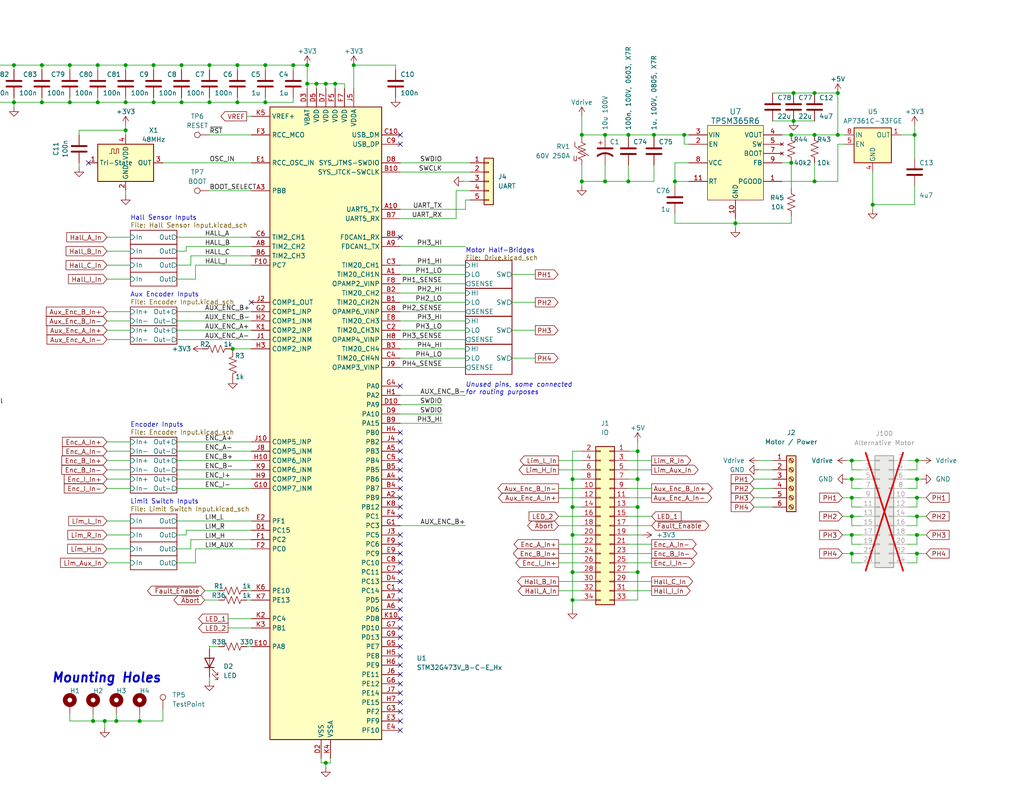
<source format=kicad_sch>
(kicad_sch (version 20230121) (generator eeschema)
  (paper "A")
  (title_block (title "ECE4760 Motor Driver") (date "2023-10-30") (rev "0") (company "Cornell High Energy Synchrotron Source") (comment 1 "MCU and Connectors") (comment 3 "S. Bywater") (comment 4 "S. Bywater"))
  (junction (at 200.66 60.96))
  (junction (at 72.39 17.78))
  (junction (at 171.45 49.53))
  (junction (at 49.53 27.94))
  (junction (at 250.19 151.13))
  (junction (at 173.99 130.81))
  (junction (at 34.29 35.56))
  (junction (at 96.52 17.78))
  (junction (at 41.91 27.94))
  (junction (at 228.6 36.83))
  (junction (at 26.67 27.94))
  (junction (at 173.99 156.21))
  (junction (at 156.21 156.21))
  (junction (at 57.15 17.78))
  (junction (at 64.77 17.78))
  (junction (at 158.75 49.53))
  (junction (at 34.29 27.94))
  (junction (at 184.15 49.53))
  (junction (at 64.77 27.94))
  (junction (at 88.9 208.28))
  (junction (at 28.575 196.85))
  (junction (at 156.21 138.43))
  (junction (at 232.41 130.81))
  (junction (at 49.53 17.78))
  (junction (at 72.39 27.94))
  (junction (at 222.25 36.83))
  (junction (at 19.05 17.78))
  (junction (at 19.05 27.94))
  (junction (at 250.19 125.73))
  (junction (at 186.69 36.83))
  (junction (at -3.81 17.78))
  (junction (at 3.81 17.78))
  (junction (at 216.535 25.4))
  (junction (at 250.19 135.89))
  (junction (at 238.125 55.88))
  (junction (at 165.1 49.53))
  (junction (at 25.4 196.85))
  (junction (at 250.19 146.05))
  (junction (at 173.99 138.43))
  (junction (at 232.41 125.73))
  (junction (at 41.91 17.78))
  (junction (at 165.1 36.83))
  (junction (at 232.41 151.13))
  (junction (at 250.19 130.81))
  (junction (at 26.67 17.78))
  (junction (at 11.43 17.78))
  (junction (at 178.435 36.83))
  (junction (at 91.44 22.86))
  (junction (at 232.41 140.97))
  (junction (at 228.6 25.4))
  (junction (at 215.9 44.45))
  (junction (at 11.43 27.94))
  (junction (at 38.1 196.85))
  (junction (at 158.75 36.83))
  (junction (at 156.21 146.05))
  (junction (at 34.29 17.78))
  (junction (at 216.535 33.02))
  (junction (at 88.9 22.86))
  (junction (at 173.99 123.19))
  (junction (at 156.21 130.81))
  (junction (at 249.555 36.83))
  (junction (at 57.15 27.94))
  (junction (at 250.19 140.97))
  (junction (at 83.82 17.78))
  (junction (at 171.45 36.83))
  (junction (at 222.25 49.53))
  (junction (at 83.82 22.86))
  (junction (at 222.25 25.4))
  (junction (at 232.41 135.89))
  (junction (at 31.75 196.85))
  (junction (at 156.21 163.83))
  (junction (at -3.81 27.94))
  (junction (at 86.36 22.86))
  (junction (at 215.9 36.83))
  (junction (at 80.01 17.78))
  (junction (at 232.41 146.05))
  (junction (at 63.5 95.25))
  (junction (at 3.81 27.94))
  (no_connect (at 109.22 189.23))
  (no_connect (at 109.22 186.69))
  (no_connect (at 109.22 64.77))
  (no_connect (at 109.22 133.35))
  (no_connect (at 109.22 168.91))
  (no_connect (at 109.22 163.83))
  (no_connect (at 109.22 146.05))
  (no_connect (at 109.22 184.15))
  (no_connect (at 109.22 196.85))
  (no_connect (at 109.22 158.75))
  (no_connect (at 109.22 191.77))
  (no_connect (at 109.22 148.59))
  (no_connect (at 109.22 125.73))
  (no_connect (at 109.22 130.81))
  (no_connect (at 109.22 181.61))
  (no_connect (at 109.22 173.99))
  (no_connect (at 109.22 161.29))
  (no_connect (at 109.22 138.43))
  (no_connect (at 109.22 135.89))
  (no_connect (at 109.22 128.27))
  (no_connect (at 109.22 105.41))
  (no_connect (at 109.22 36.83))
  (no_connect (at 109.22 140.97))
  (no_connect (at 109.22 123.19))
  (no_connect (at 109.22 176.53))
  (no_connect (at 109.22 171.45))
  (no_connect (at 109.22 179.07))
  (no_connect (at 109.22 151.13))
  (no_connect (at 109.22 194.31))
  (no_connect (at 109.22 118.11))
  (no_connect (at 109.22 156.21))
  (no_connect (at 109.22 39.37))
  (no_connect (at 109.22 199.39))
  (no_connect (at 109.22 166.37))
  (no_connect (at 109.22 153.67))
  (no_connect (at 68.58 82.55))
  (no_connect (at 109.22 120.65))
  (no_connect (at 24.13 44.45))
  (wire (pts (xy 178.435 45.085) (xy 178.435 49.53)))
  (wire (pts (xy 53.34 153.67) (xy 53.34 149.86)))
  (wire (pts (xy 177.8 161.29) (xy 171.45 161.29)))
  (wire (pts (xy 250.19 130.81) (xy 247.65 130.81)))
  (wire (pts (xy 29.21 90.17) (xy 35.56 90.17)))
  (wire (pts (xy 109.22 113.03) (xy 120.65 113.03)))
  (wire (pts (xy 109.22 67.31) (xy 127 67.31)))
  (wire (pts (xy 207.01 128.27) (xy 210.82 128.27)))
  (wire (pts (xy 91.44 24.13) (xy 91.44 22.86)))
  (wire (pts (xy 232.41 130.81) (xy 234.95 130.81)))
  (polyline (pts (xy -39.37 144.145) (xy -40.005 143.51)))
  (polyline (pts (xy -47.625 156.845) (xy -40.005 156.845)))
  (wire (pts (xy 178.435 49.53) (xy 171.45 49.53)))
  (wire (pts (xy 251.46 125.73) (xy 250.19 125.73)))
  (wire (pts (xy 48.26 90.17) (xy 68.58 90.17)))
  (polyline (pts (xy -74.93 146.685) (xy -74.93 147.955)) (stroke (width 0) (color 0 132 0 1)))
  (polyline (pts (xy -74.93 152.4) (xy -74.93 167.64)) (stroke (width 0) (color 194 0 0 1)))
  (wire (pts (xy 238.125 55.88) (xy 249.555 55.88)))
  (polyline (pts (xy -46.99 163.195) (xy -39.37 163.195)))
  (wire (pts (xy -3.81 17.78) (xy 3.81 17.78)))
  (wire (pts (xy 213.36 44.45) (xy 215.9 44.45)))
  (wire (pts (xy 48.26 149.86) (xy 52.07 149.86)))
  (polyline (pts (xy -75.565 147.955) (xy -74.93 148.59)) (stroke (width 0) (color 0 132 0 1)))
  (polyline (pts (xy -33.655 160.655) (xy -33.02 161.29)))
  (wire (pts (xy 177.8 153.67) (xy 171.45 153.67)))
  (wire (pts (xy 91.44 22.86) (xy 93.98 22.86)))
  (polyline (pts (xy -58.42 154.94) (xy -57.785 154.305)) (stroke (width 0) (color 194 0 0 1)))
  (wire (pts (xy 216.535 33.02) (xy 222.25 33.02)))
  (wire (pts (xy 41.91 19.05) (xy 41.91 17.78)))
  (wire (pts (xy 184.15 49.53) (xy 187.96 49.53)))
  (wire (pts (xy 222.25 36.83) (xy 228.6 36.83)))
  (wire (pts (xy 48.26 146.05) (xy 50.8 146.05)))
  (wire (pts (xy 232.41 140.97) (xy 234.95 140.97)))
  (wire (pts (xy 109.22 59.69) (xy 124.46 59.69)))
  (wire (pts (xy 72.39 17.78) (xy 80.01 17.78)))
  (wire (pts (xy 156.21 138.43) (xy 156.21 146.05)))
  (wire (pts (xy 127 57.15) (xy 127 54.61)))
  (polyline (pts (xy -83.185 147.955) (xy -82.55 148.59)) (stroke (width 0) (color 0 132 0 1)))
  (polyline (pts (xy -66.675 169.545) (xy -66.04 168.91)))
  (polyline (pts (xy -87.63 151.765) (xy -88.265 152.4)) (stroke (width 0) (color 194 0 0 1)))
  (wire (pts (xy 88.9 208.28) (xy 88.9 209.55)))
  (wire (pts (xy 213.36 49.53) (xy 222.25 49.53)))
  (wire (pts (xy 250.19 140.97) (xy 252.73 140.97)))
  (wire (pts (xy 152.4 125.73) (xy 158.75 125.73)))
  (wire (pts (xy 177.8 148.59) (xy 171.45 148.59)))
  (wire (pts (xy 215.9 59.055) (xy 215.9 60.96)))
  (wire (pts (xy 48.26 142.24) (xy 68.58 142.24)))
  (wire (pts (xy 215.9 36.83) (xy 222.25 36.83)))
  (wire (pts (xy -3.81 19.05) (xy -3.81 17.78)))
  (wire (pts (xy 158.75 36.83) (xy 158.75 37.465)))
  (wire (pts (xy 152.4 143.51) (xy 158.75 143.51)))
  (wire (pts (xy 29.21 149.86) (xy 35.56 149.86)))
  (wire (pts (xy 48.26 153.67) (xy 53.34 153.67)))
  (wire (pts (xy 48.26 76.2) (xy 53.34 76.2)))
  (wire (pts (xy 173.99 130.81) (xy 173.99 138.43)))
  (wire (pts (xy 229.87 135.89) (xy 232.41 135.89)))
  (wire (pts (xy 158.75 45.085) (xy 158.75 49.53)))
  (wire (pts (xy 3.81 26.67) (xy 3.81 27.94)))
  (polyline (pts (xy -40.005 143.51) (xy -40.005 144.78)))
  (polyline (pts (xy -62.865 151.765) (xy -63.5 152.4)) (stroke (width 0) (color 194 0 0 1)))
  (wire (pts (xy 3.81 27.94) (xy 3.81 29.21)))
  (wire (pts (xy 55.88 161.29) (xy 59.69 161.29)))
  (wire (pts (xy 57.15 26.67) (xy 57.15 27.94)))
  (wire (pts (xy 64.77 26.67) (xy 64.77 27.94)))
  (polyline (pts (xy -75.565 152.4) (xy -74.295 152.4)) (stroke (width 0) (color 194 0 0 1)))
  (wire (pts (xy 72.39 27.94) (xy 64.77 27.94)))
  (polyline (pts (xy -58.42 154.94) (xy -59.055 154.305)) (stroke (width 0) (color 194 0 0 1)))
  (wire (pts (xy 29.21 64.77) (xy 35.56 64.77)))
  (wire (pts (xy 173.99 138.43) (xy 171.45 138.43)))
  (polyline (pts (xy -83.185 147.955) (xy -81.915 147.955)) (stroke (width 0) (color 0 132 0 1)))
  (polyline (pts (xy -45.085 175.26) (xy -45.085 176.53)))
  (wire (pts (xy 210.82 25.4) (xy 216.535 25.4)))
  (wire (pts (xy 26.67 26.67) (xy 26.67 27.94)))
  (wire (pts (xy 87.63 208.28) (xy 88.9 208.28)))
  (wire (pts (xy 250.19 140.97) (xy 250.19 143.51)))
  (wire (pts (xy 156.21 166.37) (xy 156.21 163.83)))
  (wire (pts (xy 232.41 140.97) (xy 232.41 143.51)))
  (wire (pts (xy 67.31 163.83) (xy 68.58 163.83)))
  (wire (pts (xy 173.99 156.21) (xy 173.99 163.83)))
  (polyline (pts (xy -62.865 152.4) (xy -62.865 161.29)) (stroke (width 0) (color 194 0 0 1)))
  (wire (pts (xy 34.29 35.56) (xy 34.29 36.83)))
  (wire (pts (xy 232.41 125.73) (xy 232.41 128.27)))
  (wire (pts (xy 228.6 25.4) (xy 228.6 36.83)))
  (wire (pts (xy 232.41 151.13) (xy 234.95 151.13)))
  (wire (pts (xy 90.17 207.01) (xy 90.17 208.28)))
  (wire (pts (xy 156.21 146.05) (xy 156.21 156.21)))
  (polyline (pts (xy -59.055 163.195) (xy -58.42 163.83)))
  (wire (pts (xy 250.19 143.51) (xy 247.65 143.51)))
  (wire (pts (xy 178.435 36.83) (xy 178.435 37.465)))
  (wire (pts (xy 249.555 34.29) (xy 249.555 36.83)))
  (wire (pts (xy 109.22 92.71) (xy 127 92.71)))
  (wire (pts (xy 109.22 44.45) (xy 128.27 44.45)))
  (wire (pts (xy -3.81 26.67) (xy -3.81 27.94)))
  (wire (pts (xy 31.75 196.85) (xy 38.1 196.85)))
  (wire (pts (xy 72.39 17.78) (xy 72.39 19.05)))
  (wire (pts (xy -3.81 27.94) (xy 3.81 27.94)))
  (wire (pts (xy 29.21 87.63) (xy 35.56 87.63)))
  (wire (pts (xy 29.21 130.81) (xy 35.56 130.81)))
  (wire (pts (xy 186.69 36.83) (xy 187.96 36.83)))
  (wire (pts (xy 152.4 158.75) (xy 158.75 158.75)))
  (wire (pts (xy 109.22 100.33) (xy 127 100.33)))
  (wire (pts (xy 109.22 46.99) (xy 128.27 46.99)))
  (polyline (pts (xy -73.025 173.99) (xy -72.39 174.625)))
  (wire (pts (xy 250.19 151.13) (xy 247.65 151.13)))
  (polyline (pts (xy -19.685 144.145) (xy -20.32 143.51)))
  (wire (pts (xy 63.5 95.25) (xy 68.58 95.25)))
  (polyline (pts (xy -47.625 163.195) (xy -46.99 163.83)))
  (wire (pts (xy 178.435 36.83) (xy 186.69 36.83)))
  (wire (pts (xy 29.21 133.35) (xy 35.56 133.35)))
  (wire (pts (xy 48.26 64.77) (xy 68.58 64.77)))
  (wire (pts (xy 139.7 90.17) (xy 146.05 90.17)))
  (wire (pts (xy 25.4 194.945) (xy 25.4 196.85)))
  (wire (pts (xy 177.8 133.35) (xy 171.45 133.35)))
  (polyline (pts (xy -66.04 168.91) (xy -66.04 170.18)))
  (wire (pts (xy 109.22 90.17) (xy 127 90.17)))
  (polyline (pts (xy -45.085 144.145) (xy -40.005 144.145)))
  (wire (pts (xy 59.69 176.53) (xy 57.15 176.53)))
  (wire (pts (xy 44.45 44.45) (xy 68.58 44.45)))
  (wire (pts (xy 139.7 74.93) (xy 146.05 74.93)))
  (wire (pts (xy 41.91 17.78) (xy 49.53 17.78)))
  (wire (pts (xy 231.14 130.81) (xy 232.41 130.81)))
  (wire (pts (xy 44.45 196.85) (xy 38.1 196.85)))
  (wire (pts (xy 165.1 37.465) (xy 165.1 36.83)))
  (wire (pts (xy 26.67 17.78) (xy 34.29 17.78)))
  (polyline (pts (xy -66.675 169.545) (xy -66.04 170.18)))
  (polyline (pts (xy -58.42 162.56) (xy -58.42 163.83)))
  (wire (pts (xy 63.5 95.25) (xy 63.5 95.885)))
  (wire (pts (xy 80.01 27.94) (xy 80.01 26.67)))
  (wire (pts (xy 124.46 52.07) (xy 128.27 52.07)))
  (wire (pts (xy 184.15 60.96) (xy 200.66 60.96)))
  (polyline (pts (xy -75.565 147.955) (xy -74.295 147.955)) (stroke (width 0) (color 0 132 0 1)))
  (polyline (pts (xy -78.105 149.86) (xy -78.105 151.13)) (stroke (width 0) (color 194 0 0 1)))
  (wire (pts (xy 88.9 24.13) (xy 88.9 22.86)))
  (wire (pts (xy 109.22 95.25) (xy 127 95.25)))
  (wire (pts (xy 175.26 146.05) (xy 171.45 146.05)))
  (wire (pts (xy 139.7 82.55) (xy 146.05 82.55)))
  (wire (pts (xy 222.25 49.53) (xy 228.6 49.53)))
  (polyline (pts (xy -70.485 150.495) (xy -65.405 150.495)) (stroke (width 0) (color 194 0 0 1)))
  (wire (pts (xy 152.4 128.27) (xy 158.75 128.27)))
  (wire (pts (xy 250.19 125.73) (xy 250.19 128.27)))
  (wire (pts (xy 171.45 163.83) (xy 173.99 163.83)))
  (wire (pts (xy 215.9 60.96) (xy 200.66 60.96)))
  (wire (pts (xy 29.21 92.71) (xy 35.56 92.71)))
  (polyline (pts (xy -33.02 154.94) (xy -32.385 154.305)))
  (wire (pts (xy 158.75 138.43) (xy 156.21 138.43)))
  (wire (pts (xy 152.4 148.59) (xy 158.75 148.59)))
  (polyline (pts (xy -45.085 175.895) (xy -20.32 175.895)))
  (wire (pts (xy 48.26 92.71) (xy 68.58 92.71)))
  (wire (pts (xy 232.41 135.89) (xy 232.41 138.43)))
  (wire (pts (xy 250.19 128.27) (xy 247.65 128.27)))
  (wire (pts (xy 230.505 36.83) (xy 228.6 36.83)))
  (wire (pts (xy 171.45 36.83) (xy 178.435 36.83)))
  (wire (pts (xy 62.23 171.45) (xy 68.58 171.45)))
  (wire (pts (xy 210.82 33.02) (xy 216.535 33.02)))
  (wire (pts (xy 232.41 125.73) (xy 234.95 125.73)))
  (wire (pts (xy 245.745 36.83) (xy 249.555 36.83)))
  (wire (pts (xy 250.19 148.59) (xy 247.65 148.59)))
  (polyline (pts (xy -87.63 151.765) (xy -86.995 152.4)) (stroke (width 0) (color 194 0 0 1)))
  (wire (pts (xy 238.125 55.88) (xy 238.125 46.99)))
  (polyline (pts (xy -47.625 169.545) (xy -46.99 168.91)))
  (wire (pts (xy 28.575 196.85) (xy 28.575 198.755)))
  (polyline (pts (xy -74.93 148.59) (xy -74.295 147.955)) (stroke (width 0) (color 0 132 0 1)))
  (wire (pts (xy 109.22 77.47) (xy 127 77.47)))
  (wire (pts (xy 231.14 125.73) (xy 232.41 125.73)))
  (wire (pts (xy 19.05 194.945) (xy 19.05 196.85)))
  (wire (pts (xy -11.43 27.94) (xy -3.81 27.94)))
  (wire (pts (xy 177.8 140.97) (xy 171.45 140.97)))
  (polyline (pts (xy -47.625 169.545) (xy -46.99 170.18)))
  (wire (pts (xy 173.99 123.19) (xy 171.45 123.19)))
  (wire (pts (xy 25.4 196.85) (xy 28.575 196.85)))
  (wire (pts (xy 19.05 19.05) (xy 19.05 17.78)))
  (wire (pts (xy 80.01 27.94) (xy 72.39 27.94)))
  (wire (pts (xy 57.15 176.53) (xy 57.15 177.165)))
  (polyline (pts (xy -20.32 156.845) (xy -20.955 156.21)))
  (wire (pts (xy 34.29 34.29) (xy 34.29 35.56)))
  (wire (pts (xy 3.81 19.05) (xy 3.81 17.78)))
  (wire (pts (xy 205.74 133.35) (xy 210.82 133.35)))
  (polyline (pts (xy -85.09 135.255) (xy -82.55 135.255)) (stroke (width 0) (color 0 132 0 1)))
  (polyline (pts (xy -17.145 167.64) (xy -16.51 167.005)))
  (polyline (pts (xy -78.105 151.13) (xy -77.47 150.495)) (stroke (width 0) (color 194 0 0 1)))
  (wire (pts (xy 152.4 151.13) (xy 158.75 151.13)))
  (wire (pts (xy 173.99 156.21) (xy 171.45 156.21)))
  (wire (pts (xy 53.34 72.39) (xy 68.58 72.39)))
  (wire (pts (xy 215.9 51.435) (xy 215.9 44.45)))
  (wire (pts (xy 67.31 176.53) (xy 68.58 176.53)))
  (polyline (pts (xy -59.055 163.195) (xy -58.42 162.56)))
  (wire (pts (xy 48.26 133.35) (xy 68.58 133.35)))
  (wire (pts (xy 3.81 27.94) (xy 11.43 27.94)))
  (wire (pts (xy 48.26 130.81) (xy 68.58 130.81)))
  (wire (pts (xy 250.19 130.81) (xy 250.19 133.35)))
  (wire (pts (xy 200.66 60.96) (xy 200.66 62.23)))
  (wire (pts (xy 177.8 151.13) (xy 171.45 151.13)))
  (wire (pts (xy 158.75 36.83) (xy 165.1 36.83)))
  (polyline (pts (xy -58.42 151.765) (xy -58.42 154.305)) (stroke (width 0) (color 194 0 0 1)))
  (polyline (pts (xy -58.42 163.195) (xy -57.15 163.195)))
  (wire (pts (xy -11.43 17.78) (xy -3.81 17.78)))
  (wire (pts (xy 109.22 72.39) (xy 127 72.39)))
  (wire (pts (xy 109.22 87.63) (xy 127 87.63)))
  (wire (pts (xy 80.01 17.78) (xy 80.01 19.05)))
  (wire (pts (xy 187.96 39.37) (xy 186.69 39.37)))
  (wire (pts (xy 86.36 22.86) (xy 88.9 22.86)))
  (polyline (pts (xy -24.765 143.51) (xy -24.765 144.78)))
  (polyline (pts (xy -85.09 144.145) (xy -82.55 144.145)) (stroke (width 0) (color 0 132 0 1)))
  (wire (pts (xy 53.34 76.2) (xy 53.34 72.39)))
  (wire (pts (xy 49.53 17.78) (xy 57.15 17.78)))
  (wire (pts (xy 29.21 153.67) (xy 35.56 153.67)))
  (polyline (pts (xy -62.865 151.765) (xy -62.23 152.4)) (stroke (width 0) (color 194 0 0 1)))
  (polyline (pts (xy -84.455 139.7) (xy -82.55 139.7)) (stroke (width 0) (color 0 132 0 1)))
  (wire (pts (xy 52.07 147.32) (xy 68.58 147.32)))
  (polyline (pts (xy -45.72 144.145) (xy -45.085 143.51)))
  (wire (pts (xy 249.555 50.8) (xy 249.555 55.88)))
  (wire (pts (xy 88.9 22.86) (xy 91.44 22.86)))
  (wire (pts (xy 29.21 85.09) (xy 35.56 85.09)))
  (wire (pts (xy 64.77 17.78) (xy 64.77 19.05)))
  (wire (pts (xy 228.6 49.53) (xy 228.6 39.37)))
  (wire (pts (xy 109.22 97.79) (xy 127 97.79)))
  (wire (pts (xy 184.15 58.42) (xy 184.15 60.96)))
  (wire (pts (xy 109.22 57.15) (xy 127 57.15)))
  (wire (pts (xy -11.43 19.05) (xy -11.43 17.78)))
  (wire (pts (xy 173.99 123.19) (xy 173.99 130.81)))
  (wire (pts (xy 232.41 146.05) (xy 232.41 148.59)))
  (polyline (pts (xy -45.72 175.895) (xy -45.085 176.53)))
  (wire (pts (xy 249.555 36.83) (xy 249.555 43.18)))
  (wire (pts (xy 127 54.61) (xy 128.27 54.61)))
  (wire (pts (xy 29.21 68.58) (xy 35.56 68.58)))
  (polyline (pts (xy -33.02 158.115) (xy -33.02 160.655)))
  (wire (pts (xy 222.25 25.4) (xy 228.6 25.4)))
  (wire (pts (xy 173.99 130.81) (xy 171.45 130.81)))
  (polyline (pts (xy -20.955 156.21) (xy -20.955 157.48)))
  (polyline (pts (xy -82.55 135.255) (xy -82.55 139.7)) (stroke (width 0) (color 0 132 0 1)))
  (wire (pts (xy 50.8 146.05) (xy 50.8 144.78)))
  (polyline (pts (xy -82.55 139.7) (xy -82.55 144.145)) (stroke (width 0) (color 0 132 0 1)))
  (wire (pts (xy 171.45 125.73) (xy 177.8 125.73)))
  (wire (pts (xy 29.21 72.39) (xy 35.56 72.39)))
  (wire (pts (xy 158.75 50.8) (xy 158.75 49.53)))
  (wire (pts (xy 126.365 49.53) (xy 128.27 49.53)))
  (wire (pts (xy 252.73 135.89) (xy 250.19 135.89)))
  (wire (pts (xy 213.36 36.83) (xy 215.9 36.83)))
  (wire (pts (xy 34.29 17.78) (xy 41.91 17.78)))
  (wire (pts (xy 41.91 26.67) (xy 41.91 27.94)))
  (wire (pts (xy 29.21 76.2) (xy 35.56 76.2)))
  (wire (pts (xy 29.21 146.05) (xy 35.56 146.05)))
  (wire (pts (xy 152.4 140.97) (xy 158.75 140.97)))
  (wire (pts (xy 3.81 17.78) (xy 11.43 17.78)))
  (polyline (pts (xy -20.32 144.78) (xy -19.685 144.145)))
  (wire (pts (xy 52.07 149.86) (xy 52.07 147.32)))
  (wire (pts (xy 11.43 26.67) (xy 11.43 27.94)))
  (wire (pts (xy 21.59 36.83) (xy 21.59 35.56)))
  (wire (pts (xy 48.26 87.63) (xy 68.58 87.63)))
  (wire (pts (xy 107.95 17.78) (xy 107.95 19.05)))
  (wire (pts (xy 86.36 24.13) (xy 86.36 22.86)))
  (polyline (pts (xy -17.78 167.005) (xy -16.51 167.005)))
  (wire (pts (xy 152.4 135.89) (xy 158.75 135.89)))
  (wire (pts (xy 50.8 144.78) (xy 68.58 144.78)))
  (wire (pts (xy 184.15 49.53) (xy 184.15 44.45)))
  (wire (pts (xy 34.29 19.05) (xy 34.29 17.78)))
  (polyline (pts (xy -20.32 143.51) (xy -20.32 144.78)))
  (wire (pts (xy 158.75 130.81) (xy 156.21 130.81)))
  (wire (pts (xy 152.4 161.29) (xy 158.75 161.29)))
  (wire (pts (xy 11.43 27.94) (xy 19.05 27.94)))
  (wire (pts (xy 83.82 22.86) (xy 83.82 24.13)))
  (polyline (pts (xy -33.02 154.94) (xy -33.655 154.305)))
  (wire (pts (xy 109.22 82.55) (xy 127 82.55)))
  (polyline (pts (xy -17.145 160.02) (xy -17.145 167.005)))
  (wire (pts (xy 158.75 31.75) (xy 158.75 36.83)))
  (wire (pts (xy 19.05 196.85) (xy 25.4 196.85)))
  (wire (pts (xy 124.46 59.69) (xy 124.46 52.07)))
  (polyline (pts (xy -25.4 144.145) (xy -24.765 144.78)))
  (polyline (pts (xy -65.405 151.13) (xy -64.77 150.495)) (stroke (width 0) (color 194 0 0 1)))
  (wire (pts (xy 250.19 133.35) (xy 247.65 133.35)))
  (polyline (pts (xy -81.28 150.495) (xy -78.105 150.495)) (stroke (width 0) (color 194 0 0 1)))
  (wire (pts (xy 247.65 140.97) (xy 250.19 140.97)))
  (polyline (pts (xy -40.005 157.48) (xy -39.37 156.845)))
  (wire (pts (xy 34.29 27.94) (xy 41.91 27.94)))
  (wire (pts (xy 152.4 133.35) (xy 158.75 133.35)))
  (wire (pts (xy 26.67 19.05) (xy 26.67 17.78)))
  (wire (pts (xy 156.21 163.83) (xy 158.75 163.83)))
  (polyline (pts (xy -82.55 146.685) (xy -74.93 146.685)) (stroke (width 0) (color 0 132 0 1)))
  (wire (pts (xy 173.99 138.43) (xy 173.99 156.21)))
  (wire (pts (xy 232.41 146.05) (xy 234.95 146.05)))
  (wire (pts (xy 34.29 26.67) (xy 34.29 27.94)))
  (polyline (pts (xy -25.4 144.145) (xy -24.765 143.51)))
  (wire (pts (xy 93.98 24.13) (xy 93.98 22.86)))
  (wire (pts (xy 139.7 97.79) (xy 146.05 97.79)))
  (polyline (pts (xy -54.61 170.815) (xy -54.61 173.99)))
  (wire (pts (xy 19.05 26.67) (xy 19.05 27.94)))
  (polyline (pts (xy -32.385 154.305) (xy -33.655 154.305)))
  (wire (pts (xy 216.535 25.4) (xy 222.25 25.4)))
  (wire (pts (xy 252.73 151.13) (xy 250.19 151.13)))
  (wire (pts (xy 152.4 153.67) (xy 158.75 153.67)))
  (wire (pts (xy 57.15 19.05) (xy 57.15 17.78)))
  (polyline (pts (xy -46.99 162.56) (xy -46.99 163.83)))
  (wire (pts (xy 171.45 128.27) (xy 177.8 128.27)))
  (wire (pts (xy 29.21 142.24) (xy 35.56 142.24)))
  (wire (pts (xy 232.41 138.43) (xy 234.95 138.43)))
  (wire (pts (xy 44.45 193.675) (xy 44.45 196.85)))
  (polyline (pts (xy -72.39 173.99) (xy -54.61 173.99)))
  (wire (pts (xy 50.8 67.31) (xy 68.58 67.31)))
  (wire (pts (xy 158.75 49.53) (xy 165.1 49.53)))
  (polyline (pts (xy -46.99 169.545) (xy -20.32 169.545)))
  (wire (pts (xy 49.53 19.05) (xy 49.53 17.78)))
  (wire (pts (xy 26.67 27.94) (xy 34.29 27.94)))
  (wire (pts (xy 229.87 146.05) (xy 232.41 146.05)))
  (wire (pts (xy 57.15 52.07) (xy 68.58 52.07)))
  (wire (pts (xy 171.45 36.83) (xy 171.45 37.465)))
  (wire (pts (xy 57.15 17.78) (xy 64.77 17.78)))
  (wire (pts (xy 29.21 128.27) (xy 35.56 128.27)))
  (wire (pts (xy 207.01 125.73) (xy 210.82 125.73)))
  (polyline (pts (xy -65.405 149.86) (xy -65.405 151.13)) (stroke (width 0) (color 194 0 0 1)))
  (wire (pts (xy 156.21 156.21) (xy 156.21 163.83)))
  (wire (pts (xy 41.91 27.94) (xy 49.53 27.94)))
  (wire (pts (xy 96.52 17.78) (xy 96.52 24.13)))
  (wire (pts (xy 28.575 196.85) (xy 31.75 196.85)))
  (polyline (pts (xy -82.55 148.59) (xy -81.915 147.955)) (stroke (width 0) (color 0 132 0 1)))
  (wire (pts (xy 232.41 148.59) (xy 234.95 148.59)))
  (polyline (pts (xy -74.93 151.765) (xy -75.565 152.4)) (stroke (width 0) (color 194 0 0 1)))
  (wire (pts (xy 38.1 194.945) (xy 38.1 196.85)))
  (wire (pts (xy 238.125 55.88) (xy 238.125 57.15)))
  (wire (pts (xy 57.15 36.83) (xy 68.58 36.83)))
  (polyline (pts (xy -33.02 154.305) (xy -33.02 145.415)))
  (polyline (pts (xy -26.035 156.845) (xy -20.955 156.845)))
  (polyline (pts (xy -33.655 160.655) (xy -32.385 160.655)))
  (wire (pts (xy 158.75 123.19) (xy 156.21 123.19)))
  (wire (pts (xy 29.21 123.19) (xy 35.56 123.19)))
  (wire (pts (xy 67.31 161.29) (xy 68.58 161.29)))
  (wire (pts (xy 229.87 151.13) (xy 232.41 151.13)))
  (polyline (pts (xy -72.39 173.355) (xy -72.39 174.625)))
  (wire (pts (xy 50.8 68.58) (xy 50.8 67.31)))
  (wire (pts (xy 29.21 120.65) (xy 35.56 120.65)))
  (wire (pts (xy 250.19 146.05) (xy 247.65 146.05)))
  (polyline (pts (xy -82.55 144.145) (xy -82.55 147.955)) (stroke (width 0) (color 0 132 0 1)))
  (wire (pts (xy 86.36 22.86) (xy 83.82 22.86)))
  (polyline (pts (xy -24.765 144.145) (xy -20.32 144.145)))
  (wire (pts (xy -11.43 26.67) (xy -11.43 27.94)))
  (wire (pts (xy 156.21 130.81) (xy 156.21 138.43)))
  (wire (pts (xy 21.59 35.56) (xy 34.29 35.56)))
  (wire (pts (xy 232.41 151.13) (xy 232.41 153.67)))
  (wire (pts (xy 232.41 130.81) (xy 232.41 133.35)))
  (polyline (pts (xy -47.625 163.195) (xy -46.99 162.56)))
  (polyline (pts (xy -33.02 161.29) (xy -32.385 160.655)))
  (polyline (pts (xy -63.5 152.4) (xy -62.23 152.4)) (stroke (width 0) (color 194 0 0 1)))
  (polyline (pts (xy -65.405 149.86) (xy -64.77 150.495)) (stroke (width 0) (color 194 0 0 1)))
  (wire (pts (xy 48.26 85.09) (xy 68.58 85.09)))
  (wire (pts (xy 228.6 39.37) (xy 230.505 39.37)))
  (wire (pts (xy 250.19 135.89) (xy 250.19 138.43)))
  (polyline (pts (xy -88.265 152.4) (xy -86.995 152.4)) (stroke (width 0) (color 194 0 0 1)))
  (wire (pts (xy 177.8 158.75) (xy 171.45 158.75)))
  (wire (pts (xy 52.07 69.85) (xy 68.58 69.85)))
  (wire (pts (xy 11.43 19.05) (xy 11.43 17.78)))
  (wire (pts (xy 171.45 49.53) (xy 165.1 49.53)))
  (polyline (pts (xy -40.005 156.21) (xy -40.005 157.48)))
  (wire (pts (xy 109.22 80.01) (xy 127 80.01)))
  (polyline (pts (xy -59.055 154.305) (xy -57.785 154.305)) (stroke (width 0) (color 194 0 0 1)))
  (wire (pts (xy 109.22 74.93) (xy 127 74.93)))
  (polyline (pts (xy -66.04 169.545) (xy -60.96 169.545)))
  (wire (pts (xy 173.99 120.65) (xy 173.99 123.19)))
  (wire (pts (xy 21.59 44.45) (xy 21.59 45.72)))
  (wire (pts (xy 109.22 143.51) (xy 127 143.51)))
  (polyline (pts (xy -45.72 144.145) (xy -45.085 144.78)))
  (wire (pts (xy 165.1 36.83) (xy 171.45 36.83)))
  (polyline (pts (xy -82.55 139.7) (xy -82.55 139.7)) (stroke (width 0) (color 0 132 0 1)))
  (wire (pts (xy 232.41 143.51) (xy 234.95 143.51)))
  (wire (pts (xy 53.34 149.86) (xy 68.58 149.86)))
  (wire (pts (xy 232.41 128.27) (xy 234.95 128.27)))
  (polyline (pts (xy -71.755 78.74) (xy -26.67 78.74)))
  (wire (pts (xy 109.22 115.57) (xy 120.65 115.57)))
  (wire (pts (xy 83.82 17.78) (xy 80.01 17.78)))
  (wire (pts (xy 205.74 135.89) (xy 210.82 135.89)))
  (polyline (pts (xy -39.37 156.845) (xy -40.005 156.21)))
  (wire (pts (xy 250.19 151.13) (xy 250.19 153.67)))
  (wire (pts (xy 186.69 36.83) (xy 186.69 39.37)))
  (wire (pts (xy 184.15 50.8) (xy 184.15 49.53)))
  (wire (pts (xy 19.05 27.94) (xy 26.67 27.94)))
  (wire (pts (xy 250.19 125.73) (xy 247.65 125.73)))
  (wire (pts (xy 67.31 31.75) (xy 68.58 31.75)))
  (polyline (pts (xy -46.99 168.91) (xy -46.99 170.18)))
  (polyline (pts (xy -87.63 152.4) (xy -87.63 167.64)) (stroke (width 0) (color 194 0 0 1)))
  (wire (pts (xy 205.74 138.43) (xy 210.82 138.43)))
  (wire (pts (xy 252.73 146.05) (xy 250.19 146.05)))
  (wire (pts (xy 229.87 140.97) (xy 232.41 140.97)))
  (wire (pts (xy 72.39 17.78) (xy 64.77 17.78)))
  (wire (pts (xy 250.19 146.05) (xy 250.19 148.59)))
  (wire (pts (xy 52.07 72.39) (xy 52.07 69.85)))
  (wire (pts (xy 222.25 49.53) (xy 222.25 44.45)))
  (wire (pts (xy 48.26 120.65) (xy 68.58 120.65)))
  (wire (pts (xy 205.74 130.81) (xy 210.82 130.81)))
  (wire (pts (xy 49.53 27.94) (xy 57.15 27.94)))
  (wire (pts (xy 250.19 135.89) (xy 247.65 135.89)))
  (wire (pts (xy 109.22 107.95) (xy 127 107.95)))
  (wire (pts (xy 11.43 17.78) (xy 19.05 17.78)))
  (polyline (pts (xy -40.005 144.78) (xy -39.37 144.145)))
  (wire (pts (xy 158.75 146.05) (xy 156.21 146.05)))
  (wire (pts (xy 109.22 110.49) (xy 120.65 110.49)))
  (wire (pts (xy 88.9 208.28) (xy 90.17 208.28)))
  (wire (pts (xy 156.21 123.19) (xy 156.21 130.81)))
  (wire (pts (xy 165.1 45.085) (xy 165.1 49.53)))
  (wire (pts (xy 55.88 163.83) (xy 59.69 163.83)))
  (wire (pts (xy 251.46 130.81) (xy 250.19 130.81)))
  (wire (pts (xy 48.26 128.27) (xy 68.58 128.27)))
  (polyline (pts (xy -17.78 167.005) (xy -17.145 167.64)))
  (wire (pts (xy 250.19 138.43) (xy 247.65 138.43)))
  (wire (pts (xy 31.75 194.945) (xy 31.75 196.85)))
  (wire (pts (xy 177.8 135.89) (xy 171.45 135.89)))
  (wire (pts (xy 171.45 143.51) (xy 177.8 143.51)))
  (wire (pts (xy 87.63 207.01) (xy 87.63 208.28)))
  (wire (pts (xy 48.26 68.58) (xy 50.8 68.58)))
  (wire (pts (xy 232.41 153.67) (xy 234.95 153.67)))
  (wire (pts (xy 62.865 95.25) (xy 63.5 95.25)))
  (wire (pts (xy 64.77 27.94) (xy 57.15 27.94)))
  (wire (pts (xy 250.19 153.67) (xy 247.65 153.67)))
  (polyline (pts (xy -45.72 175.895) (xy -45.085 175.26)))
  (wire (pts (xy 48.26 125.73) (xy 68.58 125.73)))
  (wire (pts (xy 57.15 186.055) (xy 57.15 184.785)))
  (polyline (pts (xy -20.955 157.48) (xy -20.32 156.845)))
  (wire (pts (xy 232.41 133.35) (xy 234.95 133.35)))
  (wire (pts (xy 83.82 17.78) (xy 83.82 22.86)))
  (wire (pts (xy 29.21 125.73) (xy 35.56 125.73)))
  (wire (pts (xy 72.39 26.67) (xy 72.39 27.94)))
  (wire (pts (xy 232.41 135.89) (xy 234.95 135.89)))
  (wire (pts (xy 171.45 45.085) (xy 171.45 49.53)))
  (polyline (pts (xy -73.025 173.99) (xy -72.39 173.355)))
  (wire (pts (xy 49.53 26.67) (xy 49.53 27.94)))
  (wire (pts (xy 184.15 44.45) (xy 187.96 44.45)))
  (wire (pts (xy 109.22 85.09) (xy 127 85.09)))
  (polyline (pts (xy -74.93 151.765) (xy -74.295 152.4)) (stroke (width 0) (color 194 0 0 1)))
  (wire (pts (xy 200.66 59.69) (xy 200.66 60.96)))
  (polyline (pts (xy -45.085 143.51) (xy -45.085 144.78)))
  (wire (pts (xy 48.26 72.39) (xy 52.07 72.39)))
  (polyline (pts (xy -78.105 149.86) (xy -77.47 150.495)) (stroke (width 0) (color 194 0 0 1)))
  (wire (pts (xy 34.29 52.07) (xy 34.29 53.34)))
  (wire (pts (xy 158.75 156.21) (xy 156.21 156.21)))
  (wire (pts (xy 48.26 123.19) (xy 68.58 123.19)))
  (wire (pts (xy 19.05 17.78) (xy 26.67 17.78)))
  (wire (pts (xy 62.23 168.91) (xy 68.58 168.91)))
  (wire (pts (xy 96.52 17.78) (xy 107.95 17.78)))
  (rectangle (start -61.595 154.94) (end -47.625 158.115))
  (rectangle (start -90.17 148.59) (end -81.28 151.765) (stroke (width 0) (color 194 0 0 1)))
  (rectangle (start -60.96 167.64) (end -47.625 170.815))
  (rectangle (start -57.15 161.29) (end -47.625 164.465))
  (circle (center -17.145 156.845) (radius 3.175))
  (rectangle (start -77.47 148.59) (end -70.485 151.765) (stroke (width 0) (color 194 0 0 1)))
  (rectangle (start -90.17 137.795) (end -84.455 140.97) (stroke (width 0) (color 0 132 0 1)))
  (rectangle (start -20.32 167.64) (end -10.795 170.815))
  (rectangle (start -39.37 161.29) (end -24.765 164.465))
  (rectangle (start -64.77 161.29) (end -59.055 164.465))
  (rectangle (start -39.37 154.94) (end -26.035 158.115))
  (rectangle (start -96.52 131.445) (end -45.72 177.8))
  (rectangle (start -90.17 167.64) (end -66.675 170.815))
  (rectangle (start -39.37 142.24) (end -25.4 145.415))
  (rectangle (start -64.77 148.59) (end -50.8 151.765) (stroke (width 0) (color 194 0 0 1)))
  (rectangle (start -20.32 173.99) (end -5.715 177.165))
  (rectangle (start -77.47 172.085) (end -73.025 175.26))
  (rectangle (start -90.17 142.24) (end -85.09 145.415) (stroke (width 0) (color 0 132 0 1)))
  (rectangle (start -90.17 133.35) (end -85.09 136.525) (stroke (width 0) (color 0 132 0 1)))
  (text "~{Peripheral utilization:}\n~{                       }" (at -77.47 106.045 0) (effects (font (size 1.27 1.27) (thickness 0.254) bold) (justify left bottom)))
  (text "Half Bridges" (at -38.735 157.48 0) (effects (font (size 1.27 1.27)) (justify left bottom)))
  (text "Gate drivers:		TIM20\nHall sensors:		TIM2\n				ADC4 IN 1,14,15 Single-ended or IN 1,10,14/6 Differential\nEncoder:			COMP 5,6,7 -> TIM5\nAux encoder:		COMP 1,1 -> TIM3\n				COMP 1,2 <-> SPI1\nCurrent sensing:	OPAMP 2,3,4,6 -> ADC 2,3,4,5\nUART:			UART5" (at -77.47 120.65 0) (effects (font (size 1.27 1.27)) (justify left bottom)))
  (text "USB" (at -89.535 144.78 0) (effects (font (size 1.27 1.27)) (justify left bottom)))
  (text "SWD" (at -89.535 135.89 0) (effects (font (size 1.27 1.27)) (justify left bottom)))
  (text "Op Amps" (at -56.515 163.83 0) (effects (font (size 1.27 1.27)) (justify left bottom)))
  (text "Speed" (at -76.835 151.13 0) (effects (font (size 1.27 1.27)) (justify left bottom)))
  (text "Aux Encoder Pins" (at -71.755 78.105 0) (effects (font (size 1.27 1.27) (thickness 0.254) bold italic) (justify left bottom)))
  (text "STM32" (at -77.47 143.51 0) (effects (font (size 2.54 2.54) bold) (justify left bottom)))
  (text "Torque (FOC)" (at -64.135 151.13 0) (effects (font (size 1.27 1.27)) (justify left bottom)))
  (text "Encoder Inputs" (at 35.56 116.84 0) (effects (font (size 1.27 1.27)) (justify left bottom)))
  (text "Aux Encoder Inputs" (at 35.5479 81.2671 0) (effects (font (size 1.27 1.27)) (justify left bottom)))
  (text "Fault / Abort" (at -38.735 144.78 0) (effects (font (size 1.27 1.27)) (justify left bottom)))
  (text "Hall Sensor Inputs" (at 35.56 60.325 0) (effects (font (size 1.27 1.27)) (justify left bottom)))
  (text "SPI" (at -76.835 174.625 0) (effects (font (size 1.27 1.27)) (justify left bottom)))
  (text "Position" (at -89.535 151.13 0) (effects (font (size 1.27 1.27)) (justify left bottom)))
  (text "M" (at -18.415 158.75 0) (effects (font (size 2.54 2.54) bold) (justify left bottom)))
  (text "Unused pins, some connected\nfor routing purposes" (at 127 107.95 0) (effects (font (size 1.27 1.27) italic) (justify left bottom)))
  (text "Timers (PWM)" (at -60.96 157.48 0) (effects (font (size 1.27 1.27)) (justify left bottom)))
  (text "Mounting Holes" (at 13.97 186.69 0) (effects (font (size 2.54 2.54) bold italic) (justify left bottom)))
  (text "Limit Switches" (at -19.685 176.53 0) (effects (font (size 1.27 1.27)) (justify left bottom)))
  (text "ADCs" (at -64.135 163.83 0) (effects (font (size 1.27 1.27)) (justify left bottom)))
  (text "Limit Switch Inputs" (at 35.56 137.795 0) (effects (font (size 1.27 1.27)) (justify left bottom)))
  (text "Current Sense" (at -38.735 163.83 0) (effects (font (size 1.27 1.27)) (justify left bottom)))
  (text "UART" (at -89.535 140.335 0) (effects (font (size 1.27 1.27)) (justify left bottom)))
  (text "Encoders" (at -19.685 170.18 0) (effects (font (size 1.27 1.27)) (justify left bottom)))
  (text "Pin		Normal		BiSS\nPA5		COMP2_INM	COMP2_INM + SPI1_SCK\nPA7		COMP2_INP	COMP2_OUT\nPA3		-			COMP2_INP\nPA1		COMP1_INP	COMP1_INP\nPA4		COMP1_INM	COMP1_INM\nPA6		-			COMP1_OUT + SPI1_MISO" (at -71.755 93.345 0) (effects (font (size 1.27 1.27)) (justify left bottom)))
  (text "Comparators" (at -60.325 170.18 0) (effects (font (size 1.27 1.27)) (justify left bottom)))
  (text "Motor Half-Bridges" (at 127 69.215 0) (effects (font (size 1.27 1.27)) (justify left bottom)))
  (text "Timers (Encoder mode)" (at -89.535 170.18 0) (effects (font (size 1.27 1.27)) (justify left bottom)))
  (label "PH3_HI" (at 120.65 115.57 180))
  (label "PH2_LO" (at 120.65 82.55 180))
  (label "PH3_HI" (at 120.65 87.63 180))
  (label "PH4_SENSE" (at 120.65 100.33 180))
  (label "UART_TX" (at 120.65 57.15 180))
  (label "HALL_C" (at 55.88 69.85 0))
  (label "LIM_H" (at 55.88 147.32 0))
  (label "ENC_A+" (at 55.88 120.65 0))
  (label "PH3_SENSE" (at 120.65 92.71 180))
  (label "PH4_HI" (at 120.65 95.25 180))
  (label "ENC_I-" (at 55.88 133.35 0))
  (label "LIM_L" (at 55.88 142.24 0))
  (label "~{RST}" (at 57.15 36.83 0))
  (label "AUX_ENC_A-" (at 55.88 92.71 0))
  (label "PH2_SENSE" (at 120.65 85.09 180))
  (label "OSC_IN" (at 57.15 44.45 0))
  (label "ENC_B-" (at 55.88 128.27 0))
  (label "PH3_HI" (at 120.65 67.31 180))
  (label "AUX_ENC_B-" (at 55.88 87.63 0))
  (label "AUX_ENC_B+" (at 55.88 85.09 0))
  (label "LIM_AUX" (at 55.88 149.86 0))
  (label "SWDIO" (at 120.65 113.03 180))
  (label "ENC_B+" (at 55.88 125.73 0))
  (label "AUX_ENC_B-" (at 127 107.95 180))
  (label "PH1_LO" (at 120.65 74.93 180))
  (label "UART_RX" (at 120.65 59.69 180))
  (label "HALL_I" (at 55.88 72.39 0))
  (label "AUX_ENC_A+" (at 55.88 90.17 0))
  (label "PH1_SENSE" (at 120.65 77.47 180))
  (label "SWCLK" (at 120.65 46.99 180))
  (label "PH1_HI" (at 120.65 72.39 180))
  (label "PH2_HI" (at 120.65 80.01 180))
  (label "BOOT_SELECT" (at 57.15 52.07 0))
  (label "ENC_I+" (at 55.88 130.81 0))
  (label "SWDIO" (at 120.65 44.45 180))
  (label "PH4_LO" (at 120.65 97.79 180))
  (label "ENC_A-" (at 55.88 123.19 0))
  (label "PH3_LO" (at 120.65 90.17 180))
  (label "AUX_ENC_B+" (at 127 143.51 180))
  (label "HALL_A" (at 55.88 64.77 0))
  (label "LIM_R" (at 55.88 144.78 0))
  (label "HALL_B" (at 55.88 67.31 0))
  (label "SWDIO" (at 120.65 110.49 180))
  (global_label "Lim_H_In" (shape output) (at 152.4 128.27 180) (property "Intersheetrefs" "${INTERSHEET_REFS}" (effects hide)))
  (global_label "LED_2" (shape input) (at 152.4 140.97 180) (property "Intersheetrefs" "${INTERSHEET_REFS}" (effects hide)))
  (global_label "PH2" (shape output) (at 146.05 82.55 0) (property "Intersheetrefs" "${INTERSHEET_REFS}" (effects hide)))
  (global_label "Enc_A_In+" (shape input) (at 29.21 120.65 180) (property "Intersheetrefs" "${INTERSHEET_REFS}" (effects hide)))
  (global_label "VREF" (shape output) (at 67.31 31.75 180) (property "Intersheetrefs" "${INTERSHEET_REFS}" (effects hide)))
  (global_label "Hall_A_In" (shape output) (at 152.4 161.29 180) (property "Intersheetrefs" "${INTERSHEET_REFS}" (effects hide)))
  (global_label "~{Fault_Enable}" (shape bidirectional) (at 177.8 143.51 0) (property "Intersheetrefs" "${INTERSHEET_REFS}" (effects hide)))
  (global_label "Aux_Enc_B_In+" (shape input) (at 29.21 85.09 180) (property "Intersheetrefs" "${INTERSHEET_REFS}" (effects hide)))
  (global_label "Lim_Aux_In" (shape input) (at 29.21 153.67 180) (property "Intersheetrefs" "${INTERSHEET_REFS}" (effects hide)))
  (global_label "PH1" (shape input) (at 205.74 130.81 180) (property "Intersheetrefs" "${INTERSHEET_REFS}" (effects hide)))
  (global_label "Enc_B_In+" (shape output) (at 152.4 151.13 180) (property "Intersheetrefs" "${INTERSHEET_REFS}" (effects hide)))
  (global_label "Enc_I_In-" (shape input) (at 29.21 133.35 180) (property "Intersheetrefs" "${INTERSHEET_REFS}" (effects hide)))
  (global_label "Aux_Enc_A_In-" (shape input) (at 29.21 92.71 180) (property "Intersheetrefs" "${INTERSHEET_REFS}" (effects hide)))
  (global_label "Aux_Enc_B_In-" (shape input) (at 29.21 87.63 180) (property "Intersheetrefs" "${INTERSHEET_REFS}" (effects hide)))
  (global_label "PH4" (shape input) (at 229.87 151.13 180) (property "Intersheetrefs" "${INTERSHEET_REFS}" (effects hide)))
  (global_label "Aux_Enc_A_In+" (shape output) (at 152.4 135.89 180) (property "Intersheetrefs" "${INTERSHEET_REFS}" (effects hide)))
  (global_label "Enc_I_In+" (shape input) (at 29.21 130.81 180) (property "Intersheetrefs" "${INTERSHEET_REFS}" (effects hide)))
  (global_label "Hall_C_In" (shape output) (at 177.8 158.75 0) (property "Intersheetrefs" "${INTERSHEET_REFS}" (effects hide)))
  (global_label "Lim_L_In" (shape input) (at 29.21 142.24 180) (property "Intersheetrefs" "${INTERSHEET_REFS}" (effects hide)))
  (global_label "~{Fault_Enable}" (shape bidirectional) (at 55.88 161.29 180) (property "Intersheetrefs" "${INTERSHEET_REFS}" (effects hide)))
  (global_label "Aux_Enc_B_In+" (shape output) (at 177.8 133.35 0) (property "Intersheetrefs" "${INTERSHEET_REFS}" (effects hide)))
  (global_label "Enc_A_In-" (shape output) (at 177.8 148.59 0) (property "Intersheetrefs" "${INTERSHEET_REFS}" (effects hide)))
  (global_label "Lim_R_In" (shape input) (at 29.21 146.05 180) (property "Intersheetrefs" "${INTERSHEET_REFS}" (effects hide)))
  (global_label "Hall_B_In" (shape input) (at 29.21 68.58 180) (property "Intersheetrefs" "${INTERSHEET_REFS}" (effects hide)))
  (global_label "~{Abort}" (shape bidirectional) (at 55.88 163.83 180) (property "Intersheetrefs" "${INTERSHEET_REFS}" (effects hide)))
  (global_label "PH3" (shape input) (at 205.74 135.89 180) (property "Intersheetrefs" "${INTERSHEET_REFS}" (effects hide)))
  (global_label "Enc_I_In+" (shape output) (at 152.4 153.67 180) (property "Intersheetrefs" "${INTERSHEET_REFS}" (effects hide)))
  (global_label "Aux_Enc_A_In-" (shape output) (at 177.8 135.89 0) (property "Intersheetrefs" "${INTERSHEET_REFS}" (effects hide)))
  (global_label "Hall_I_In" (shape output) (at 177.8 161.29 0) (property "Intersheetrefs" "${INTERSHEET_REFS}" (effects hide)))
  (global_label "Lim_L_In" (shape output) (at 152.4 125.73 180) (property "Intersheetrefs" "${INTERSHEET_REFS}" (effects hide)))
  (global_label "PH2" (shape input) (at 205.74 133.35 180) (property "Intersheetrefs" "${INTERSHEET_REFS}" (effects hide)))
  (global_label "LED_2" (shape output) (at 62.23 171.45 180) (property "Intersheetrefs" "${INTERSHEET_REFS}" (effects hide)))
  (global_label "PH3" (shape output) (at 146.05 90.17 0) (property "Intersheetrefs" "${INTERSHEET_REFS}" (effects hide)))
  (global_label "Enc_A_In+" (shape output) (at 152.4 148.59 180) (property "Intersheetrefs" "${INTERSHEET_REFS}" (effects hide)))
  (global_label "PH4" (shape output) (at 146.05 97.79 0) (property "Intersheetrefs" "${INTERSHEET_REFS}" (effects hide)))
  (global_label "PH3" (shape input) (at 229.87 146.05 180) (property "Intersheetrefs" "${INTERSHEET_REFS}" (effects hide)))
  (global_label "Enc_B_In+" (shape input) (at 29.21 125.73 180) (property "Intersheetrefs" "${INTERSHEET_REFS}" (effects hide)))
  (global_label "Hall_C_In" (shape input) (at 29.21 72.39 180) (property "Intersheetrefs" "${INTERSHEET_REFS}" (effects hide)))
  (global_label "Hall_A_In" (shape input) (at 29.21 64.77 180) (property "Intersheetrefs" "${INTERSHEET_REFS}" (effects hide)))
  (global_label "PH2" (shape input) (at 229.87 140.97 180) (property "Intersheetrefs" "${INTERSHEET_REFS}" (effects hide)))
  (global_label "Lim_Aux_In" (shape output) (at 177.8 128.27 0) (property "Intersheetrefs" "${INTERSHEET_REFS}" (effects hide)))
  (global_label "PH2" (shape input) (at 252.73 140.97 0) (property "Intersheetrefs" "${INTERSHEET_REFS}" (effects hide)))
  (global_label "PH3" (shape input) (at 252.73 146.05 0) (property "Intersheetrefs" "${INTERSHEET_REFS}" (effects hide)))
  (global_label "PH4" (shape input) (at 252.73 151.13 0) (property "Intersheetrefs" "${INTERSHEET_REFS}" (effects hide)))
  (global_label "Hall_I_In" (shape input) (at 29.21 76.2 180) (property "Intersheetrefs" "${INTERSHEET_REFS}" (effects hide)))
  (global_label "PH1" (shape output) (at 146.05 74.93 0) (property "Intersheetrefs" "${INTERSHEET_REFS}" (effects hide)))
  (global_label "Aux_Enc_A_In+" (shape input) (at 29.21 90.17 180) (property "Intersheetrefs" "${INTERSHEET_REFS}" (effects hide)))
  (global_label "PH1" (shape input) (at 229.87 135.89 180) (property "Intersheetrefs" "${INTERSHEET_REFS}" (effects hide)))
  (global_label "Enc_B_In-" (shape input) (at 29.21 128.27 180) (property "Intersheetrefs" "${INTERSHEET_REFS}" (effects hide)))
  (global_label "Lim_H_In" (shape input) (at 29.21 149.86 180) (property "Intersheetrefs" "${INTERSHEET_REFS}" (effects hide)))
  (global_label "LED_1" (shape output) (at 62.23 168.91 180) (property "Intersheetrefs" "${INTERSHEET_REFS}" (effects hide)))
  (global_label "Enc_A_In-" (shape input) (at 29.21 123.19 180) (property "Intersheetrefs" "${INTERSHEET_REFS}" (effects hide)))
  (global_label "PH1" (shape input) (at 252.73 135.89 0) (property "Intersheetrefs" "${INTERSHEET_REFS}" (effects hide)))
  (global_label "Enc_B_In-" (shape output) (at 177.8 151.13 0) (property "Intersheetrefs" "${INTERSHEET_REFS}" (effects hide)))
  (global_label "Hall_B_In" (shape output) (at 152.4 158.75 180) (property "Intersheetrefs" "${INTERSHEET_REFS}" (effects hide)))
  (global_label "Enc_I_In-" (shape output) (at 177.8 153.67 0) (property "Intersheetrefs" "${INTERSHEET_REFS}" (effects hide)))
  (global_label "PH4" (shape input) (at 205.74 138.43 180) (property "Intersheetrefs" "${INTERSHEET_REFS}" (effects hide)))
  (global_label "LED_1" (shape input) (at 177.8 140.97 0) (property "Intersheetrefs" "${INTERSHEET_REFS}" (effects hide)))
  (global_label "~{Abort}" (shape bidirectional) (at 152.4 143.51 180) (property "Intersheetrefs" "${INTERSHEET_REFS}" (effects hide)))
  (global_label "Aux_Enc_B_In-" (shape output) (at 152.4 133.35 180) (property "Intersheetrefs" "${INTERSHEET_REFS}" (effects hide)))
  (global_label "Lim_R_In" (shape output) (at 177.8 125.73 0) (property "Intersheetrefs" "${INTERSHEET_REFS}" (effects hide)))
  (symbol (lib_id "Device:C") (at 171.45 41.275 0) (unit 1)
    (property "Reference" "C74" (at 172.72 38.735 0) (effects (justify left)))
    (property "Value" "100n, 100V, 0603, X7R" (at 171.45 35.56 90) (effects (justify left)))
    (property "Footprint" "Capacitor_SMD:C_0603_1608Metric" (effects hide))
    (property "DigiKey" "490-3285-1-ND" (effects hide))
  )
  (symbol (lib_id "Device:C") (at 26.67 22.86 0) (mirror y) (unit 1)
    (property "Reference" "C80" (at 25.4 20.32 0) (effects (justify left)))
    (property "Value" "100n" (at 25.4 25.4 0) (effects (justify left)))
    (property "Footprint" "Capacitor_SMD:C_0402_1005Metric" (effects hide))
    (property "DigiKey" "490-10700-1-ND" (effects hide))
  )
  (symbol (lib_id "power:GND") (at 3.81 29.21 0) (mirror y) (unit 1)
    (property "Reference" "#PWR014" (effects hide))
    (property "Value" "GND" (effects hide))
  )
  (symbol (lib_id "Device:C") (at -3.81 22.86 0) (mirror y) (unit 1)
    (property "Reference" "C84" (at -5.08 20.32 0) (effects (justify left)))
    (property "Value" "1u" (at -5.08 25.4 0) (effects (justify left)))
    (property "Footprint" "Capacitor_SMD:C_0603_1608Metric" (effects hide))
  )
  (symbol (lib_id "Device:C") (at 72.39 22.86 0) (mirror y) (unit 1)
    (property "Reference" "C5" (at 71.12 20.32 0) (effects (justify left)))
    (property "Value" "1u" (at 71.12 25.4 0) (effects (justify left)))
    (property "Footprint" "Capacitor_SMD:C_0603_1608Metric" (effects hide))
  )
  (symbol (lib_id "power:GND") (at 216.535 33.02 0) (unit 1)
    (property "Reference" "#PWR08" (effects hide))
    (property "Value" "GND" (effects hide))
  )
  (symbol (lib_id "Connector:TestPoint") (at 57.15 52.07 90) (unit 1)
    (property "Reference" "TP7" (at 53.848 46.99 90))
    (property "Value" "BOOT" (at 53.848 49.53 90))
    (property "Footprint" "TestPoint:TestPoint_Pad_D2.0mm" (effects hide))
  )
  (symbol (lib_id "power:GND") (at 34.29 53.34 0) (unit 1)
    (property "Reference" "#PWR023" (effects hide))
    (property "Value" "GND" (effects hide))
  )
  (symbol (lib_id "power:GND") (at 251.46 130.81 90) (unit 1)
    (property "Reference" "#PWR07" (effects hide))
    (property "Value" "GND" (at 255.27 130.81 90) (effects (justify right)))
  )
  (symbol (lib_id "Device:R_US") (at 63.5 176.53 90) (unit 1)
    (property "Reference" "R38" (at 59.69 175.26 90))
    (property "Value" "330" (at 67.31 175.26 90))
    (property "Footprint" "Resistor_SMD:R_0402_1005Metric" (effects hide))
  )
  (symbol (lib_id "Device:R_US") (at 222.25 40.64 0) (unit 1)
    (property "Reference" "R43" (at 222.885 38.1 0) (effects (justify left)))
    (property "Value" "10k" (at 222.885 44.45 0) (effects (justify left)))
    (property "Footprint" "Resistor_SMD:R_0402_1005Metric" (effects hide))
    (property "DigiKey" "311-1.00KLRCT-ND" (effects hide))
  )
  (symbol (lib_id "power:GND") (at 207.01 128.27 270) (unit 1)
    (property "Reference" "#PWR02" (effects hide))
    (property "Value" "GND" (at 203.2 128.27 90) (effects (justify right)))
  )
  (symbol (lib_id "power:GND") (at 107.95 26.67 0) (unit 1)
    (property "Reference" "#PWR016" (effects hide))
    (property "Value" "GND" (effects hide))
  )
  (symbol (lib_id "Device:Varistor_US") (at 158.75 41.275 0) (unit 1)
    (property "Reference" "RV1" (at 155.575 40.005 0) (effects (justify right)))
    (property "Value" "60V 250A" (at 155.575 42.545 0) (effects (justify right)))
    (property "Footprint" "Capacitor_SMD:C_1210_3225Metric" (effects hide))
    (property "Datasheet" "https://www.littelfuse.com/media?resourcetype=datasheets&itemid=7092c93f-7453-48dd-8345-d10368b54a20&filename=littelfuse_varistor_mla_datasheet.pdf" (effects hide))
    (property "DigiKey" "F3830CT-ND" (effects hide))
    (property "LCSC" "C2760142" (effects hide))
  )
  (symbol (lib_id "Device:C") (at 57.15 22.86 0) (mirror y) (unit 1)
    (property "Reference" "C7" (at 55.88 20.32 0) (effects (justify left)))
    (property "Value" "100n" (at 55.88 25.4 0) (effects (justify left)))
    (property "Footprint" "Capacitor_SMD:C_0402_1005Metric" (effects hide))
    (property "DigiKey" "490-10700-1-ND" (effects hide))
  )
  (symbol (lib_id "power:GND") (at 28.575 198.755 0) (unit 1)
    (property "Reference" "#PWR0106" (effects hide))
    (property "Value" "GND" (effects hide))
  )
  (symbol (lib_id "TPSM:TPSM365R6FRDNR") (at 200.66 44.45 0) (unit 1)
    (property "Reference" "U7" (at 200.66 30.48 0) (effects (font (size 1.524 1.524))))
    (property "Value" "TPSM365R6" (at 200.66 33.02 0) (effects (font (size 1.524 1.524))))
    (property "Footprint" "TPSM:RDN0011A-MFG" (effects hide))
    (property "Datasheet" "https://www.ti.com/lit/ds/symlink/tpsm365r6.pdf" (effects hide))
    (property "DigiKey" "296-TPSM365R6FRDNRCT-ND" (effects hide))
    (property "LCSC" "C6723000" (effects hide))
  )
  (symbol (lib_id "Device:C") (at 249.555 46.99 0) (mirror y) (unit 1)
    (property "Reference" "C13" (at 250.825 44.45 0) (effects (justify right)))
    (property "Value" "4u7" (at 250.825 53.34 0) (effects (justify right)))
    (property "Footprint" "Capacitor_SMD:C_0603_1608Metric" (effects hide))
  )
  (symbol (lib_id "power:GND") (at 231.14 130.81 270) (mirror x) (unit 1)
    (property "Reference" "#PWR04" (effects hide))
    (property "Value" "GND" (at 227.33 130.81 90) (effects (justify right)))
  )
  (symbol (lib_id "power:+3V3") (at 175.26 146.05 270) (mirror x) (unit 1)
    (property "Reference" "#PWR011" (effects hide))
    (property "Value" "+3V3" (at 179.07 146.05 90) (effects (justify left)))
  )
  (symbol (lib_id "power:+3V3") (at 55.245 95.25 90) (mirror x) (unit 1)
    (property "Reference" "#PWR017" (effects hide))
    (property "Value" "+3V3" (at 49.53 95.25 90))
  )
  (symbol (lib_id "Device:R_US") (at 63.5 99.695 0) (mirror y) (unit 1)
    (property "Reference" "R3" (at 65.405 97.155 0))
    (property "Value" "1k" (at 65.405 102.87 0))
    (property "Footprint" "Resistor_SMD:R_0402_1005Metric" (effects hide))
    (property "DigiKey" "311-1.00KLRCT-ND" (effects hide))
  )
  (symbol (lib_id "Device:R_US") (at 63.5 163.83 90) (unit 1)
    (property "Reference" "R36" (at 59.69 162.56 90))
    (property "Value" "1k" (at 67.31 162.56 90))
    (property "Footprint" "Resistor_SMD:R_0402_1005Metric" (effects hide))
  )
  (symbol (lib_id "Device:C") (at 11.43 22.86 0) (mirror y) (unit 1)
    (property "Reference" "C83" (at 10.16 20.32 0) (effects (justify left)))
    (property "Value" "100n" (at 10.16 25.4 0) (effects (justify left)))
    (property "Footprint" "Capacitor_SMD:C_0402_1005Metric" (effects hide))
    (property "DigiKey" "490-10700-1-ND" (effects hide))
  )
  (symbol (lib_id "power:Vdrive") (at 207.01 125.73 90) (unit 1)
    (property "Reference" "#PWR01" (effects hide))
    (property "Value" "Vdrive" (at 203.2 125.73 90) (effects (justify left)))
  )
  (symbol (lib_id "power:+3V3") (at 83.82 17.78 0) (unit 1)
    (property "Reference" "#PWR013" (effects hide))
    (property "Value" "+3V3" (at 83.82 13.97 0))
  )
  (symbol (lib_id "Device:C") (at 184.15 54.61 0) (mirror y) (unit 1)
    (property "Reference" "C76" (at 182.88 52.07 0) (effects (justify left)))
    (property "Value" "1u" (at 182.88 57.15 0) (effects (justify left)))
    (property "Footprint" "Capacitor_SMD:C_0603_1608Metric" (effects hide))
  )
  (symbol (lib_id "Device:R_US") (at 215.9 55.245 0) (unit 1)
    (property "Reference" "R45" (at 213.995 53.975 0) (effects (justify right)))
    (property "Value" "10k" (at 213.995 56.515 0) (effects (justify right)))
    (property "Footprint" "Resistor_SMD:R_0402_1005Metric" (effects hide))
    (property "DigiKey" "311-1.00KLRCT-ND" (effects hide))
  )
  (symbol (lib_id "Connector:TestPoint") (at 44.45 193.675 0) (unit 1) (in_bom no)
    (property "Reference" "TP5" (at 46.99 189.738 0) (effects (justify left)))
    (property "Value" "TestPoint" (at 46.99 192.278 0) (effects (justify left)))
    (property "Footprint" "TestPoint:TestPoint_Pad_D2.0mm" (effects hide))
  )
  (symbol (lib_id "power:GND") (at 21.59 45.72 0) (unit 1)
    (property "Reference" "#PWR030" (effects hide))
    (property "Value" "GND" (effects hide))
  )
  (symbol (lib_id "Device:C") (at 216.535 29.21 0) (mirror y) (unit 1)
    (property "Reference" "C77" (at 217.805 26.67 0) (effects (justify right)))
    (property "Value" "22u" (at 217.805 31.75 0) (effects (justify right)))
    (property "Footprint" "Capacitor_SMD:C_0805_2012Metric" (effects hide))
  )
  (symbol (lib_id "power:GND") (at 158.75 50.8 0) (unit 1)
    (property "Reference" "#PWR032" (effects hide))
    (property "Value" "GND" (effects hide))
  )
  (symbol (lib_id "Device:R_US") (at 63.5 161.29 90) (unit 1)
    (property "Reference" "R1" (at 59.69 160.02 90))
    (property "Value" "1k" (at 67.31 160.02 90))
    (property "Footprint" "Resistor_SMD:R_0402_1005Metric" (effects hide))
  )
  (symbol (lib_id "Mechanical:MountingHole_Pad") (at 31.75 192.405 0) (unit 1) (in_bom no)
    (property "Reference" "H3" (at 31.75 188.595 0) (effects (justify left)))
    (property "Value" "MountingHole_Pad" (effects hide))
    (property "Footprint" "MountingHole:MountingHole_2.7mm_M2.5_Pad_Via" (effects hide))
  )
  (symbol (lib_id "power:GND") (at 88.9 209.55 0) (unit 1)
    (property "Reference" "#PWR029" (effects hide))
    (property "Value" "GND" (effects hide))
  )
  (symbol (lib_id "power:GND") (at 238.125 57.15 0) (unit 1)
    (property "Reference" "#PWR0102" (effects hide))
    (property "Value" "GND" (effects hide))
  )
  (symbol (lib_id "power:GND") (at 126.365 49.53 270) (unit 1)
    (property "Reference" "#PWR012" (effects hide))
    (property "Value" "GND" (effects hide))
  )
  (symbol (lib_id "Mechanical:MountingHole_Pad") (at 19.05 192.405 0) (unit 1) (in_bom no)
    (property "Reference" "H1" (at 19.05 188.595 0) (effects (justify left)))
    (property "Value" "MountingHole_Pad" (effects hide))
    (property "Footprint" "MountingHole:MountingHole_2.7mm_M2.5_Pad_Via" (effects hide))
  )
  (symbol (lib_id "Device:C") (at 64.77 22.86 0) (mirror y) (unit 1)
    (property "Reference" "C6" (at 63.5 20.32 0) (effects (justify left)))
    (property "Value" "100n" (at 63.5 25.4 0) (effects (justify left)))
    (property "Footprint" "Capacitor_SMD:C_0402_1005Metric" (effects hide))
    (property "DigiKey" "490-10700-1-ND" (effects hide))
  )
  (symbol (lib_id "Device:C") (at 41.91 22.86 0) (mirror y) (unit 1)
    (property "Reference" "C9" (at 40.64 20.32 0) (effects (justify left)))
    (property "Value" "100n" (at 40.64 25.4 0) (effects (justify left)))
    (property "Footprint" "Capacitor_SMD:C_0402_1005Metric" (effects hide))
    (property "DigiKey" "490-10700-1-ND" (effects hide))
  )
  (symbol (lib_id "Device:C") (at 3.81 22.86 0) (mirror y) (unit 1)
    (property "Reference" "C82" (at 2.54 20.32 0) (effects (justify left)))
    (property "Value" "100n" (at 2.54 25.4 0) (effects (justify left)))
    (property "Footprint" "Capacitor_SMD:C_0402_1005Metric" (effects hide))
    (property "DigiKey" "490-10700-1-ND" (effects hide))
  )
  (symbol (lib_id "Device:C") (at 80.01 22.86 0) (mirror y) (unit 1)
    (property "Reference" "C4" (at 78.74 20.32 0) (effects (justify left)))
    (property "Value" "1u" (at 78.74 25.4 0) (effects (justify left)))
    (property "Footprint" "Capacitor_SMD:C_0603_1608Metric" (effects hide))
  )
  (symbol (lib_id "power:+5V") (at 173.99 120.65 0) (mirror y) (unit 1)
    (property "Reference" "#PWR010" (effects hide))
    (property "Value" "+5V" (at 173.99 116.84 0))
  )
  (symbol (lib_id "Connector:TestPoint") (at 57.15 36.83 90) (unit 1)
    (property "Reference" "TP6" (at 53.848 31.75 90))
    (property "Value" "RESET" (at 53.848 34.29 90))
    (property "Footprint" "TestPoint:TestPoint_Pad_D2.0mm" (effects hide))
  )
  (symbol (lib_id "Oscillator:ECS-2520MV-xxx-xx") (at 34.29 44.45 0) (unit 1)
    (property "Reference" "X1" (at 41.91 35.56 0))
    (property "Value" "48MHz" (at 41.91 38.1 0))
    (property "Footprint" "Oscillator:Oscillator_SMD_ECS_2520MV-xxx-xx-4Pin_2.5x2.0mm" (effects hide))
    (property "Datasheet" "https://www.ecsxtal.com/store/pdf/ECS-2520MV.pdf" (effects hide))
    (property "DigiKey" "XC2757CT-ND" (effects hide))
    (property "LCSC" "C3034286" (effects hide))
  )
  (symbol (lib_id "Device:C") (at 178.435 41.275 0) (unit 1)
    (property "Reference" "C75" (at 179.705 38.735 0) (effects (justify left)))
    (property "Value" "1u, 100V, 0805, X7R" (at 178.435 35.56 90) (effects (justify left)))
    (property "Footprint" "Capacitor_SMD:C_0805_2012Metric" (effects hide))
    (property "DigiKey" "478-KAM21KR72A105KUCT-ND" (effects hide))
  )
  (symbol (lib_id "Device:C_Polarized_US") (at 165.1 41.275 0) (unit 1)
    (property "Reference" "C1" (at 166.37 38.735 0) (effects (justify left)))
    (property "Value" "10u 100V" (at 165.1 35.56 90) (effects (justify left)))
    (property "Footprint" "Capacitor_SMD:CP_Elec_6.3x7.7" (effects hide))
    (property "LCSC" "C7471882" (effects hide))
  )
  (symbol (lib_id "Device:C") (at 49.53 22.86 0) (mirror y) (unit 1)
    (property "Reference" "C8" (at 48.26 20.32 0) (effects (justify left)))
    (property "Value" "100n" (at 48.26 25.4 0) (effects (justify left)))
    (property "Footprint" "Capacitor_SMD:C_0402_1005Metric" (effects hide))
    (property "DigiKey" "490-10700-1-ND" (effects hide))
  )
  (symbol (lib_id "power:GND") (at 57.15 186.055 0) (unit 1)
    (property "Reference" "#PWR018" (effects hide))
    (property "Value" "GND" (effects hide))
  )
  (symbol (lib_id "Device:C") (at 210.82 29.21 0) (mirror y) (unit 1)
    (property "Reference" "C78" (at 212.09 26.67 0) (effects (justify right)))
    (property "Value" "22u" (at 212.09 31.75 0) (effects (justify right)))
    (property "Footprint" "Capacitor_SMD:C_0805_2012Metric" (effects hide))
  )
  (symbol (lib_id "Device:C") (at 107.95 22.86 0) (unit 1)
    (property "Reference" "C10" (at 109.22 20.32 0) (effects (justify left)))
    (property "Value" "100n" (at 109.22 25.4 0) (effects (justify left)))
    (property "Footprint" "Capacitor_SMD:C_0402_1005Metric" (effects hide))
    (property "DigiKey" "490-10700-1-ND" (effects hide))
  )
  (symbol (lib_id "MCU_ST_STM32G4:STM32G473V_B-C-E_Hx") (at 88.9 95.25 0) (unit 1)
    (property "Reference" "U1" (at 113.665 179.705 0) (effects (justify left)))
    (property "Value" "STM32G473V_B-C-E_Hx" (at 113.665 182.245 0) (effects (justify left)))
    (property "Footprint" "Package_BGA:TFBGA-100_8x8mm_Layout10x10_P0.8mm" (effects hide))
    (property "Datasheet" "https://www.st.com/resource/en/datasheet/stm32g473vb.pdf" (effects hide))
    (property "DigiKey" "497-STM32G474VEH6-ND" (effects hide))
    (property "Comments" "Any STM32G473, 474, 483, 484 with TFBGA-100 package" (effects hide))
    (pin "A1" (alternate "TIM20_CH1N"))
    (pin "A10" (alternate "UART5_TX"))
    (pin "A8" (alternate "TIM2_CH2"))
    (pin "A9" (alternate "FDCAN1_TX"))
    (pin "B1" (alternate "TIM20_CH2N"))
    (pin "B10" (alternate "SYS_JTCK-SWCLK"))
    (pin "B2" (alternate "TIM20_CH2"))
    (pin "B3" (alternate "TIM20_CH4"))
    (pin "B6" (alternate "TIM2_CH3"))
    (pin "B7" (alternate "UART5_RX"))
    (pin "B8" (alternate "FDCAN1_RX"))
    (pin "C10" (alternate "USB_DM"))
    (pin "C2" (alternate "TIM20_CH3N"))
    (pin "C3" (alternate "TIM20_CH1"))
    (pin "C4" (alternate "TIM20_CH4N"))
    (pin "C6" (alternate "TIM2_CH1"))
    (pin "C9" (alternate "USB_DP"))
    (pin "D8" (alternate "SYS_JTMS-SWDIO"))
    (pin "E1" (alternate "RCC_OSC_IN"))
    (pin "E8" (alternate "TIM20_CH3"))
    (pin "F3" (alternate "RCC_MCO"))
    (pin "F8" (alternate "OPAMP2_VINP"))
    (pin "G10" (alternate "COMP7_INM"))
    (pin "G2" (alternate "COMP1_INP"))
    (pin "G8" (alternate "OPAMP6_VINP"))
    (pin "H10" (alternate "COMP6_INP"))
    (pin "H2" (alternate "COMP1_INM"))
    (pin "H3" (alternate "COMP2_INP"))
    (pin "H8" (alternate "OPAMP4_VINP"))
    (pin "H9" (alternate "COMP7_INP"))
    (pin "J1" (alternate "COMP2_INM"))
    (pin "J10" (alternate "COMP5_INP"))
    (pin "J2" (alternate "COMP1_OUT"))
    (pin "J8" (alternate "COMP5_INM"))
    (pin "J9" (alternate "OPAMP3_VINP"))
    (pin "K1" (alternate "COMP2_INP"))
    (pin "K9" (alternate "COMP6_INM"))
  )
  (symbol (lib_id "Connector:Screw_Terminal_01x06") (at 215.9 130.81 0) (unit 1)
    (property "Reference" "J2" (at 215.9 118.11 0))
    (property "Value" "Motor / Power" (at 215.9 120.65 0))
    (property "Footprint" "Connector_Phoenix_MC_HighVoltage:PhoenixContact_MCV_1,5_6-G-5.08_1x06_P5.08mm_Vertical" (effects hide))
    (property "DigiKey" "277-1252-ND" (effects hide))
  )
  (symbol (lib_id "Device:R_US") (at 59.055 95.25 90) (unit 1)
    (property "Reference" "R2" (at 55.88 93.98 90))
    (property "Value" "1k" (at 62.23 93.98 90))
    (property "Footprint" "Resistor_SMD:R_0402_1005Metric" (effects hide))
    (property "DigiKey" "311-1.00KLRCT-ND" (effects hide))
  )
  (symbol (lib_id "Mechanical:MountingHole_Pad") (at 38.1 192.405 0) (unit 1) (in_bom no)
    (property "Reference" "H4" (at 38.1 188.595 0) (effects (justify left)))
    (property "Value" "MountingHole_Pad" (effects hide))
    (property "Footprint" "MountingHole:MountingHole_2.7mm_M2.5_Pad_Via" (effects hide))
  )
  (symbol (lib_id "Device:LED") (at 57.15 180.975 90) (unit 1)
    (property "Reference" "D2" (at 60.96 181.9275 90) (effects (justify right)))
    (property "Value" "LED" (at 60.96 184.4675 90) (effects (justify right)))
    (property "Footprint" "LED_SMD:LED_1206_3216Metric" (effects hide))
  )
  (symbol (lib_id "Device:C") (at 19.05 22.86 0) (mirror y) (unit 1)
    (property "Reference" "C79" (at 17.78 20.32 0) (effects (justify left)))
    (property "Value" "100n" (at 17.78 25.4 0) (effects (justify left)))
    (property "Footprint" "Capacitor_SMD:C_0402_1005Metric" (effects hide))
    (property "DigiKey" "490-10700-1-ND" (effects hide))
  )
  (symbol (lib_id "power:+3V3") (at 34.29 34.29 0) (unit 1)
    (property "Reference" "#PWR019" (effects hide))
    (property "Value" "+3V3" (at 34.29 30.48 0))
  )
  (symbol (lib_id "Device:C") (at 21.59 40.64 180) (unit 1)
    (property "Reference" "C11" (at 15.24 40.64 90))
    (property "Value" "100n" (at 17.78 40.64 90))
    (property "Footprint" "Capacitor_SMD:C_0402_1005Metric" (effects hide))
    (property "DigiKey" "490-10700-1-ND" (effects hide))
  )
  (symbol (lib_id "Device:C") (at 34.29 22.86 0) (mirror y) (unit 1)
    (property "Reference" "C81" (at 33.02 20.32 0) (effects (justify left)))
    (property "Value" "100n" (at 33.02 25.4 0) (effects (justify left)))
    (property "Footprint" "Capacitor_SMD:C_0402_1005Metric" (effects hide))
    (property "DigiKey" "490-10700-1-ND" (effects hide))
  )
  (symbol (lib_id "Regulator_Linear:TLV75733PDBV") (at 238.125 39.37 0) (unit 1)
    (property "Reference" "U5" (at 238.125 30.48 0))
    (property "Value" "AP7361C-33FGE" (at 238.125 33.02 0))
    (property "Footprint" "Package_DFN_QFN:DFN-8-1EP_3x3mm_P0.5mm_EP1.65x2.38mm" (effects hide))
    (property "Datasheet" "https://www.diodes.com/assets/Datasheets/AP7361C.pdf" (effects hide))
    (property "DigiKey" "AP7361C-33FGE-7DICT-ND" (effects hide))
    (property "LCSC" "C151007" (effects hide))
  )
  (symbol (lib_id "Connector_Generic:Conn_01x05") (at 133.35 49.53 0) (unit 1)
    (property "Reference" "J4" (at 135.89 48.26 0) (effects (justify left)))
    (property "Value" "UART" (at 135.89 50.8 0) (effects (justify left)))
    (property "Footprint" "Connector_PinHeader_2.54mm:PinHeader_1x05_P2.54mm_Vertical" (effects hide))
  )
  (symbol (lib_id "power:+5V") (at 228.6 25.4 0) (unit 1)
    (property "Reference" "#PWR0101" (effects hide))
    (property "Value" "+5V" (at 228.6 21.59 0))
  )
  (symbol (lib_id "power:Vdrive") (at 158.75 31.75 0) (unit 1)
    (property "Reference" "#PWR031" (effects hide))
    (property "Value" "Vdrive" (at 158.75 27.94 0))
  )
  (symbol (lib_id "power:GND") (at 63.5 103.505 0) (mirror y) (unit 1)
    (property "Reference" "#PWR020" (effects hide))
    (property "Value" "GND" (effects hide))
  )
  (symbol (lib_id "Mechanical:MountingHole_Pad") (at 25.4 192.405 0) (unit 1) (in_bom no)
    (property "Reference" "H2" (at 25.4 188.595 0) (effects (justify left)))
    (property "Value" "MountingHole_Pad" (effects hide))
    (property "Footprint" "MountingHole:MountingHole_2.7mm_M2.5_Pad_Via" (effects hide))
  )
  (symbol (lib_id "power:GND") (at 200.66 62.23 0) (unit 1)
    (property "Reference" "#PWR05" (effects hide))
    (property "Value" "GND" (effects hide))
  )
  (symbol (lib_id "power:Vdrive") (at 231.14 125.73 90) (mirror x) (unit 1)
    (property "Reference" "#PWR03" (effects hide))
    (property "Value" "Vdrive" (at 227.33 125.73 90) (effects (justify left)))
  )
  (symbol (lib_id "Connector_Generic:Conn_02x12_Odd_Even") (at 240.03 138.43 0) (unit 1) (dnp yes)
    (property "Reference" "J100" (at 241.3 118.364 0))
    (property "Value" "Alternative Motor" (at 241.3 120.904 0))
    (property "Footprint" "Connector_PinSocket_2.54mm:PinSocket_2x12_P2.54mm_Vertical" (effects hide))
  )
  (symbol (lib_id "Device:C") (at 222.25 29.21 0) (mirror y) (unit 1)
    (property "Reference" "C12" (at 223.52 26.67 0) (effects (justify right)))
    (property "Value" "4u7" (at 223.52 31.75 0) (effects (justify right)))
    (property "Footprint" "Capacitor_SMD:C_0603_1608Metric" (effects hide))
  )
  (symbol (lib_id "Device:R_US") (at 215.9 40.64 0) (unit 1)
    (property "Reference" "R44" (at 216.535 38.1 0) (effects (justify left)))
    (property "Value" "40k2" (at 216.535 44.45 0) (effects (justify left)))
    (property "Footprint" "Resistor_SMD:R_0402_1005Metric" (effects hide))
    (property "DigiKey" "311-1.00KLRCT-ND" (effects hide))
  )
  (symbol (lib_id "Device:C") (at -11.43 22.86 0) (mirror y) (unit 1)
    (property "Reference" "C85" (at -12.7 20.32 0) (effects (justify left)))
    (property "Value" "1u" (at -12.7 25.4 0) (effects (justify left)))
    (property "Footprint" "Capacitor_SMD:C_0603_1608Metric" (effects hide))
  )
  (symbol (lib_id "power:+3V3") (at 96.52 17.78 0) (unit 1)
    (property "Reference" "#PWR015" (effects hide))
    (property "Value" "+3V3" (at 96.52 13.97 0))
  )
  (symbol (lib_id "power:+3V3") (at 249.555 34.29 0) (unit 1)
    (property "Reference" "#PWR0104" (effects hide))
    (property "Value" "+3V3" (at 249.555 30.48 0))
  )
  (symbol (lib_id "power:Vdrive") (at 251.46 125.73 270) (unit 1)
    (property "Reference" "#PWR06" (effects hide))
    (property "Value" "Vdrive" (at 255.27 125.73 90) (effects (justify left)))
  )
  (symbol (lib_id "power:GND") (at 156.21 166.37 0) (mirror y) (unit 1)
    (property "Reference" "#PWR09" (effects hide))
    (property "Value" "GND" (effects hide))
  )
  (symbol (lib_id "Connector_Generic:Conn_02x17_Odd_Even") (at 166.37 143.51 0) (mirror y) (unit 1)
    (property "Reference" "J1" (at 165.1 115.57 0))
    (property "Value" "IO" (at 165.1 118.11 0))
    (property "Footprint" "Connector_PinSocket_2.54mm:PinSocket_2x17_P2.54mm_Vertical" (effects hide))
  )
  (sheet (at 35.56 88.9) (size 12.7 5.08) (stroke (width 0.1524))
    (property "Sheetname" "Encoder Input5" (effects hide))
    (property "Sheetfile" "Encoder Input.kicad_sch" (effects hide))
    (pin "Out-" output (at 48.26 92.71 0))
    (pin "Out+" output (at 48.26 90.17 0))
    (pin "In-" input (at 35.56 92.71 180))
    (pin "In+" input (at 35.56 90.17 180))
  )
  (sheet (at 35.56 144.145) (size 12.7 3.81) (stroke (width 0.1524))
    (property "Sheetname" "Limit Switch Input2" (effects hide))
    (property "Sheetfile" "Limit Switch Input.kicad_sch" (effects hide))
    (pin "In" input (at 35.56 146.05 180))
    (pin "Out" output (at 48.26 146.05 0))
  )
  (sheet (at 35.56 151.765) (size 12.7 3.81) (stroke (width 0.1524))
    (property "Sheetname" "Limit Switch Input4" (effects hide))
    (property "Sheetfile" "Limit Switch Input.kicad_sch" (effects hide))
    (pin "In" input (at 35.56 153.67 180))
    (pin "Out" output (at 48.26 153.67 0))
  )
  (sheet (at 35.56 147.955) (size 12.7 3.81) (stroke (width 0.1524))
    (property "Sheetname" "Limit Switch Input3" (effects hide))
    (property "Sheetfile" "Limit Switch Input.kicad_sch" (effects hide))
    (pin "In" input (at 35.56 149.86 180))
    (pin "Out" output (at 48.26 149.86 0))
  )
  (sheet (at 35.56 119.38) (size 12.7 5.08) (stroke (width 0.1524))
    (property "Sheetname" "Encoder Input1" (effects hide))
    (property "Sheetfile" "Encoder Input.kicad_sch" (at 35.56 118.745 0) (effects (justify left bottom)))
    (pin "Out-" output (at 48.26 123.19 0))
    (pin "Out+" output (at 48.26 120.65 0))
    (pin "In-" input (at 35.56 123.19 180))
    (pin "In+" input (at 35.56 120.65 180))
  )
  (sheet (at 35.56 74.295) (size 12.7 3.81) (stroke (width 0.1524))
    (property "Sheetname" "Hall Sensor Input4" (effects hide))
    (property "Sheetfile" "Hall Sensor Input.kicad_sch" (effects hide))
    (pin "In" input (at 35.56 76.2 180))
    (pin "Out" output (at 48.26 76.2 0))
  )
  (sheet (at 127 93.98) (size 12.7 8.255) (stroke (width 0.1524))
    (property "Sheetname" "PH4" (effects hide))
    (property "Sheetfile" "Drive.kicad_sch" (effects hide))
    (pin "SENSE" output (at 127 100.33 180))
    (pin "SW" output (at 139.7 97.79 0))
    (pin "LO" input (at 127 97.79 180))
    (pin "HI" input (at 127 95.25 180))
  )
  (sheet (at 127 86.36) (size 12.7 7.62) (stroke (width 0.1524))
    (property "Sheetname" "PH3" (effects hide))
    (property "Sheetfile" "Drive.kicad_sch" (effects hide))
    (pin "SENSE" output (at 127 92.71 180))
    (pin "SW" output (at 139.7 90.17 0))
    (pin "LO" input (at 127 90.17 180))
    (pin "HI" input (at 127 87.63 180))
  )
  (sheet (at 35.56 140.335) (size 12.7 3.81) (stroke (width 0.1524))
    (property "Sheetname" "Limit Switch Input1" (effects hide))
    (property "Sheetfile" "Limit Switch Input.kicad_sch" (at 35.56 139.7 0) (effects (justify left bottom)))
    (pin "In" input (at 35.56 142.24 180))
    (pin "Out" output (at 48.26 142.24 0))
  )
  (sheet (at 35.56 62.865) (size 12.7 3.81) (stroke (width 0.1524))
    (property "Sheetname" "Hall Sensor Input1" (effects hide))
    (property "Sheetfile" "Hall Sensor Input.kicad_sch" (at 35.56 62.23 0) (effects (justify left bottom)))
    (pin "In" input (at 35.56 64.77 180))
    (pin "Out" output (at 48.26 64.77 0))
  )
  (sheet (at 35.56 70.485) (size 12.7 3.81) (stroke (width 0.1524))
    (property "Sheetname" "Hall Sensor Input3" (effects hide))
    (property "Sheetfile" "Hall Sensor Input.kicad_sch" (effects hide))
    (pin "In" input (at 35.56 72.39 180))
    (pin "Out" output (at 48.26 72.39 0))
  )
  (sheet (at 127 78.74) (size 12.7 7.62) (stroke (width 0.1524))
    (property "Sheetname" "PH2" (effects hide))
    (property "Sheetfile" "Drive.kicad_sch" (effects hide))
    (pin "SENSE" output (at 127 85.09 180))
    (pin "SW" output (at 139.7 82.55 0))
    (pin "LO" input (at 127 82.55 180))
    (pin "HI" input (at 127 80.01 180))
  )
  (sheet (at 35.56 129.54) (size 12.7 5.08) (stroke (width 0.1524))
    (property "Sheetname" "Encoder Input3" (effects hide))
    (property "Sheetfile" "Encoder Input.kicad_sch" (effects hide))
    (pin "Out-" output (at 48.26 133.35 0))
    (pin "Out+" output (at 48.26 130.81 0))
    (pin "In-" input (at 35.56 133.35 180))
    (pin "In+" input (at 35.56 130.81 180))
  )
  (sheet (at 127 71.12) (size 12.7 7.62) (stroke (width 0.1524))
    (property "Sheetname" "PH1" (effects hide))
    (property "Sheetfile" "Drive.kicad_sch" (at 127 71.12 0) (effects (justify left bottom)))
    (pin "SENSE" output (at 127 77.47 180))
    (pin "SW" output (at 139.7 74.93 0))
    (pin "LO" input (at 127 74.93 180))
    (pin "HI" input (at 127 72.39 180))
  )
  (sheet (at 35.56 66.675) (size 12.7 3.81) (stroke (width 0.1524))
    (property "Sheetname" "Hall Sensor Input2" (effects hide))
    (property "Sheetfile" "Hall Sensor Input.kicad_sch" (effects hide))
    (pin "In" input (at 35.56 68.58 180))
    (pin "Out" output (at 48.26 68.58 0))
  )
  (sheet (at 35.56 124.46) (size 12.7 5.08) (stroke (width 0.1524))
    (property "Sheetname" "Encoder Input2" (effects hide))
    (property "Sheetfile" "Encoder Input.kicad_sch" (effects hide))
    (pin "Out-" output (at 48.26 128.27 0))
    (pin "Out+" output (at 48.26 125.73 0))
    (pin "In-" input (at 35.56 128.27 180))
    (pin "In+" input (at 35.56 125.73 180))
  )
  (sheet (at 35.56 83.82) (size 12.7 5.08) (stroke (width 0.1524))
    (property "Sheetname" "Encoder Input4" (effects hide))
    (property "Sheetfile" "Encoder Input.kicad_sch" (at 35.56 83.185 0) (effects (justify left bottom)))
    (pin "Out-" output (at 48.26 87.63 0))
    (pin "Out+" output (at 48.26 85.09 0))
    (pin "In-" input (at 35.56 87.63 180))
    (pin "In+" input (at 35.56 85.09 180))
  )
)
</source>
